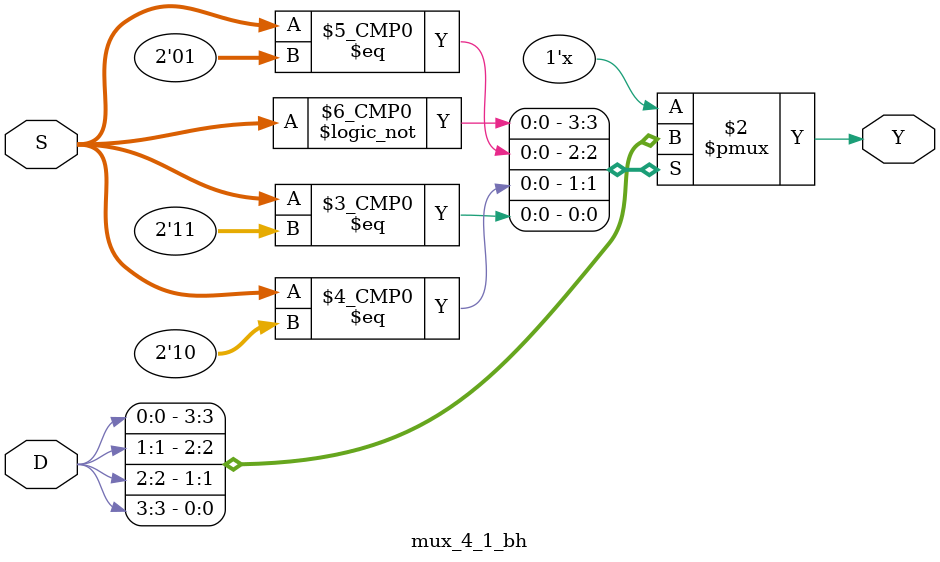
<source format=v>
`timescale 1ns / 1ps


module mux_4_1_bh(D, S, Y);
input [3:0]D;
input [1:0]S;
output Y;

wire [3:0]D;
wire [1:0]S;
reg Y;

always@(S or D)
case(S)
2'b00: Y = D[0];
2'b01: Y = D[1];
2'b10: Y = D[2];
2'b11: Y = D[3];
endcase
endmodule

</source>
